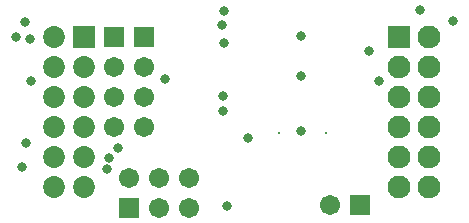
<source format=gbs>
G04*
G04 #@! TF.GenerationSoftware,Altium Limited,Altium Designer,23.3.1 (30)*
G04*
G04 Layer_Color=16711935*
%FSLAX44Y44*%
%MOMM*%
G71*
G04*
G04 #@! TF.SameCoordinates,227133D6-10B2-4A23-B006-C6EDEEC3DFA4*
G04*
G04*
G04 #@! TF.FilePolarity,Negative*
G04*
G01*
G75*
%ADD25R,1.7032X1.7032*%
%ADD26C,1.7032*%
%ADD27R,1.8542X1.8542*%
%ADD28C,1.8542*%
%ADD29R,1.7032X1.7032*%
%ADD30C,0.2032*%
%ADD31C,1.9304*%
%ADD32R,1.8796X1.8796*%
%ADD33C,0.8128*%
D25*
X551180Y264160D02*
D03*
X355600Y261620D02*
D03*
D26*
X525780Y264160D02*
D03*
X368300Y381000D02*
D03*
Y355600D02*
D03*
Y330200D02*
D03*
X342900Y381000D02*
D03*
Y355600D02*
D03*
Y330200D02*
D03*
X355600Y287020D02*
D03*
X381000Y261620D02*
D03*
Y287020D02*
D03*
X406400Y261620D02*
D03*
Y287020D02*
D03*
D27*
X317500Y406400D02*
D03*
D28*
Y381000D02*
D03*
Y355600D02*
D03*
Y330200D02*
D03*
Y304800D02*
D03*
Y279400D02*
D03*
X292100Y406400D02*
D03*
Y381000D02*
D03*
Y355600D02*
D03*
Y330200D02*
D03*
Y304800D02*
D03*
Y279400D02*
D03*
D29*
X368300Y406400D02*
D03*
X342900D02*
D03*
D30*
X522600Y325120D02*
D03*
X482600D02*
D03*
D31*
X609600Y279400D02*
D03*
Y304800D02*
D03*
Y330200D02*
D03*
Y355600D02*
D03*
Y381000D02*
D03*
Y406400D02*
D03*
X584200Y279400D02*
D03*
Y304800D02*
D03*
Y330200D02*
D03*
Y355600D02*
D03*
Y381000D02*
D03*
D32*
Y406400D02*
D03*
D33*
X346456Y312420D02*
D03*
X501142Y326898D02*
D03*
Y372872D02*
D03*
X435756Y356470D02*
D03*
X435502Y343770D02*
D03*
X456438Y320294D02*
D03*
X271780Y404368D02*
D03*
X267970Y418846D02*
D03*
X260141Y406223D02*
D03*
X436626Y401066D02*
D03*
X434427Y415885D02*
D03*
X436600Y428498D02*
D03*
X273050Y368808D02*
D03*
X268732Y316230D02*
D03*
X339090Y303784D02*
D03*
X265430Y295656D02*
D03*
X337312Y294386D02*
D03*
X386334Y370586D02*
D03*
X439166Y263144D02*
D03*
X559054Y394462D02*
D03*
X602488Y429260D02*
D03*
X501396Y406654D02*
D03*
X567182Y369170D02*
D03*
X630174Y419354D02*
D03*
M02*

</source>
